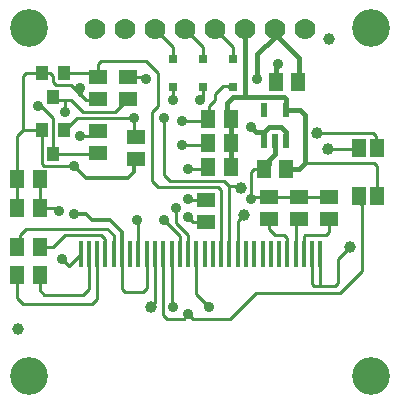
<source format=gbr>
G04 EAGLE Gerber RS-274X export*
G75*
%MOMM*%
%FSLAX34Y34*%
%LPD*%
%INBottom Copper*%
%IPPOS*%
%AMOC8*
5,1,8,0,0,1.08239X$1,22.5*%
G01*
%ADD10R,0.350000X2.200000*%
%ADD11R,1.168400X1.600200*%
%ADD12R,1.500000X1.300000*%
%ADD13R,0.550000X1.200000*%
%ADD14R,1.300000X1.500000*%
%ADD15R,0.800000X0.800000*%
%ADD16R,1.000000X1.270000*%
%ADD17C,1.778000*%
%ADD18C,1.000000*%
%ADD19C,3.200000*%
%ADD20C,0.254000*%
%ADD21C,0.908000*%
%ADD22C,1.008000*%
%ADD23C,0.406400*%
%ADD24C,0.304800*%


D10*
X74020Y133420D03*
X81020Y133420D03*
X88020Y133420D03*
X95020Y133420D03*
X102020Y133420D03*
X109020Y133420D03*
X116020Y133420D03*
X123020Y133420D03*
X130020Y133420D03*
X137020Y133420D03*
X144020Y133420D03*
X151020Y133420D03*
X158020Y133420D03*
X165020Y133420D03*
X172020Y133420D03*
X179020Y133420D03*
X186020Y133420D03*
X193020Y133420D03*
X200020Y133420D03*
X207020Y133420D03*
X214020Y133420D03*
X221020Y133420D03*
X228020Y133420D03*
X235020Y133420D03*
X242020Y133420D03*
X249020Y133420D03*
X256020Y133420D03*
X263020Y133420D03*
X270020Y133420D03*
X277020Y133420D03*
D11*
X325120Y223200D03*
X309880Y223200D03*
X325120Y182400D03*
X309880Y182400D03*
D12*
X180340Y179680D03*
X180340Y160680D03*
D13*
X248260Y229569D03*
X238760Y229569D03*
X229260Y229569D03*
X229260Y255571D03*
X248260Y255571D03*
D14*
X258420Y279400D03*
X239420Y279400D03*
X248260Y205740D03*
X229260Y205740D03*
D15*
X203200Y299020D03*
X203200Y275020D03*
X177800Y299020D03*
X177800Y275020D03*
X152400Y299020D03*
X152400Y275020D03*
D14*
X182270Y247650D03*
X201270Y247650D03*
X182270Y227330D03*
X201270Y227330D03*
X182270Y207010D03*
X201270Y207010D03*
D12*
X120650Y232940D03*
X120650Y213940D03*
X88900Y283820D03*
X88900Y264820D03*
X88900Y219020D03*
X88900Y238020D03*
X114300Y264820D03*
X114300Y283820D03*
D16*
X50800Y218520D03*
X60300Y238520D03*
X41300Y238520D03*
X50800Y266860D03*
X60300Y286860D03*
X41300Y286860D03*
D17*
X86100Y324300D03*
X111500Y324300D03*
X136900Y324300D03*
X162300Y324300D03*
X187700Y324300D03*
X213100Y324300D03*
X238500Y324300D03*
X263900Y324300D03*
D12*
X233680Y182220D03*
X233680Y163220D03*
D14*
X20320Y115880D03*
X39320Y115880D03*
X20320Y140010D03*
X39320Y140010D03*
D12*
X284480Y182220D03*
X284480Y163220D03*
D14*
X39320Y197080D03*
X20320Y197080D03*
D12*
X259080Y182220D03*
X259080Y163220D03*
D14*
X39320Y172950D03*
X20320Y172950D03*
D18*
X284520Y315960D03*
X21110Y70000D03*
D19*
X320000Y325000D03*
X30000Y30000D03*
X320000Y30000D03*
X30000Y325000D03*
D20*
X134620Y195580D02*
X139700Y190500D01*
X129540Y297180D02*
X91440Y297180D01*
X88900Y294640D01*
X88900Y283820D01*
X193020Y187980D02*
X193020Y133420D01*
X193020Y187980D02*
X190500Y190500D01*
X139700Y190500D01*
X88900Y283820D02*
X88400Y284320D01*
X85860Y286860D02*
X60300Y286860D01*
X85860Y286860D02*
X88900Y283820D01*
X129540Y297180D02*
X139700Y287020D01*
X139700Y259080D01*
X134620Y254000D01*
X134620Y195580D01*
X200020Y191140D02*
X200020Y133420D01*
X200020Y191140D02*
X195580Y195580D01*
X149860Y195580D01*
X144780Y200660D01*
X144780Y248920D01*
X119380Y248920D02*
X119380Y239290D01*
X120650Y232940D01*
X60720Y238520D02*
X60300Y238520D01*
X60720Y238520D02*
X71120Y248920D01*
X119380Y248920D01*
X200020Y191140D02*
X207640Y191140D01*
X209550Y189230D01*
X274320Y236220D02*
X321310Y236220D01*
X323850Y233680D01*
X323850Y224470D01*
X325120Y223200D01*
D21*
X144780Y248920D03*
X119380Y248920D03*
D22*
X209550Y189230D03*
X274320Y236220D03*
D20*
X123020Y161460D02*
X123020Y133420D01*
X123020Y161460D02*
X121920Y162560D01*
X39320Y172950D02*
X39320Y197080D01*
X39320Y172950D02*
X53110Y172950D01*
X55880Y170180D01*
X233680Y182220D02*
X259080Y182220D01*
X284480Y182220D01*
X233680Y182220D02*
X220370Y182220D01*
X218440Y180340D01*
X220980Y205740D02*
X229260Y205740D01*
X220980Y205740D02*
X218440Y203200D01*
X218440Y180340D01*
X180340Y179680D02*
X165760Y179680D01*
X165100Y180340D01*
D23*
X238760Y218440D02*
X238760Y229569D01*
X238760Y218440D02*
X233680Y213360D01*
X233680Y210160D01*
X229260Y205740D01*
X239420Y279400D02*
X239420Y292760D01*
X241300Y294640D01*
D20*
X151020Y133420D02*
X151020Y89980D01*
X152400Y88600D01*
X74020Y133420D02*
X64540Y123420D01*
X58420Y129540D01*
X270020Y133420D02*
X270020Y108440D01*
X271780Y106680D01*
X276860Y106680D01*
X289560Y106680D01*
X292100Y109220D01*
X292100Y129540D01*
X302260Y139700D01*
X277020Y133420D02*
X277020Y106840D01*
X276860Y106680D01*
X137020Y92570D02*
X137020Y133420D01*
X137020Y92570D02*
X133350Y88900D01*
D21*
X58420Y129540D03*
X121920Y162560D03*
X55880Y170180D03*
X218440Y180340D03*
X165100Y180340D03*
X241300Y294640D03*
X152400Y88600D03*
D22*
X302260Y139700D03*
X133350Y88900D03*
D20*
X144020Y121160D02*
X144020Y133420D01*
X169520Y160680D02*
X180340Y160680D01*
X169520Y160680D02*
X165100Y165100D01*
X165100Y82550D02*
X166380Y80000D01*
X144020Y82040D02*
X144020Y133420D01*
X144020Y82040D02*
X147320Y78740D01*
X161290Y78740D01*
X165100Y82550D01*
X309880Y177800D02*
X309880Y182400D01*
X309880Y177800D02*
X312420Y175260D01*
X312420Y119380D01*
X293370Y100330D01*
X222250Y100330D01*
X168910Y78740D02*
X165100Y82550D01*
X168910Y78740D02*
X200660Y78740D01*
X222250Y100330D01*
D21*
X165100Y165100D03*
X165100Y82550D03*
D20*
X158020Y133420D02*
X158020Y149320D01*
X144780Y162560D01*
X160020Y246380D02*
X178460Y246380D01*
X182270Y247650D01*
X194740Y276020D02*
X203200Y275020D01*
X194740Y276020D02*
X187960Y269240D01*
X187960Y264160D01*
X182880Y259080D01*
X182880Y248260D01*
X182270Y247650D01*
D21*
X144780Y162560D03*
X160020Y246380D03*
D20*
X160020Y226060D02*
X178460Y226060D01*
X182270Y227330D01*
X154940Y172720D02*
X154940Y160020D01*
X165100Y149860D01*
X165100Y135500D01*
X165020Y133420D01*
X177800Y266700D02*
X177800Y275020D01*
X177800Y266700D02*
X175260Y264160D01*
D21*
X154940Y172720D03*
X160020Y226060D03*
X175260Y264160D03*
D20*
X152400Y264160D02*
X152400Y275020D01*
X165100Y205740D02*
X181000Y205740D01*
X182270Y207010D01*
X172020Y133420D02*
X172020Y99460D01*
X182880Y88600D01*
D21*
X152400Y264160D03*
X165100Y205740D03*
X182880Y88600D03*
D20*
X203200Y299020D02*
X203200Y308800D01*
X187700Y324300D01*
X177800Y308800D02*
X177800Y299020D01*
X177800Y308800D02*
X162300Y324300D01*
X152400Y308800D02*
X152400Y299020D01*
X152400Y308800D02*
X136900Y324300D01*
X65880Y264320D02*
X60960Y264320D01*
X65880Y264320D02*
X76200Y254000D01*
X103480Y254000D01*
X114300Y264820D01*
X60960Y264320D02*
X60960Y254000D01*
X60960Y264320D02*
X53340Y264320D01*
X50800Y266860D01*
D21*
X60960Y254000D03*
D20*
X50800Y248920D02*
X50800Y218520D01*
X40640Y259080D02*
X38100Y259080D01*
X40640Y259080D02*
X50800Y248920D01*
X50800Y218520D02*
X88400Y218520D01*
X88900Y219020D01*
D21*
X38100Y259080D03*
D23*
X248260Y236880D02*
X248260Y229569D01*
X248260Y236880D02*
X243840Y241300D01*
X233680Y241300D01*
X229260Y236880D02*
X229260Y229569D01*
X229260Y236880D02*
X233680Y241300D01*
X238500Y317760D02*
X238500Y324300D01*
X238760Y320040D02*
X238500Y317760D01*
X238760Y320040D02*
X259080Y299720D01*
X259080Y280060D01*
X258420Y279400D01*
X229260Y236880D02*
X222860Y236880D01*
X218440Y241300D01*
D20*
X130200Y283820D02*
X114300Y283820D01*
X129540Y281940D02*
X130200Y283820D01*
X84560Y233680D02*
X73660Y233680D01*
X84560Y233680D02*
X88900Y238020D01*
D23*
X223520Y281940D02*
X223520Y302780D01*
X238500Y317760D01*
D21*
X218440Y241300D03*
X223520Y281940D03*
X129540Y281940D03*
X73660Y233680D03*
D20*
X20320Y197080D02*
X20320Y172950D01*
X20320Y197080D02*
X20320Y233680D01*
X25400Y238760D01*
X41060Y238760D01*
X41300Y238520D01*
X50800Y284480D02*
X48420Y286860D01*
X50800Y284480D02*
X50800Y279400D01*
X53340Y276860D01*
X66040Y276860D01*
X73660Y269240D01*
X78740Y264160D01*
X88240Y264160D01*
X88900Y264820D01*
D23*
X201270Y247650D02*
X201270Y227330D01*
X201270Y207010D01*
X248260Y255571D02*
X260049Y255571D01*
X264160Y251460D01*
X264160Y210820D01*
X259080Y205740D01*
X248260Y205740D01*
X248260Y255571D02*
X248260Y264820D01*
X246380Y266700D01*
X203200Y266700D02*
X198120Y261620D01*
X198120Y248260D01*
X201270Y247650D01*
D20*
X264160Y210820D02*
X322580Y210820D01*
X325120Y208280D01*
X325120Y182400D01*
D24*
X109020Y152600D02*
X109020Y133420D01*
X109020Y152600D02*
X99060Y162560D01*
X83820Y162560D01*
X78740Y167640D01*
X114300Y198120D02*
X119380Y203200D01*
X119380Y212670D01*
X120650Y213940D01*
D20*
X41300Y210160D02*
X41300Y238520D01*
X41300Y210160D02*
X43180Y208280D01*
X68580Y208280D01*
X41300Y286860D02*
X27780Y286860D01*
X25400Y284480D01*
X25400Y238760D01*
X41300Y286860D02*
X48420Y286860D01*
D23*
X73660Y274320D02*
X73660Y269240D01*
X213100Y266960D02*
X213100Y324300D01*
X212840Y266700D02*
X203200Y266700D01*
X212840Y266700D02*
X213100Y266960D01*
X213360Y266700D02*
X246380Y266700D01*
X213360Y266700D02*
X213100Y266960D01*
D20*
X109020Y133420D02*
X109020Y104340D01*
X111760Y101600D01*
X127000Y101600D01*
X130020Y104620D02*
X130020Y133420D01*
X130020Y104620D02*
X127000Y101600D01*
D24*
X114300Y198120D02*
X78740Y198120D01*
X68580Y208280D01*
X68580Y167640D02*
X78740Y167640D01*
D21*
X73660Y274320D03*
X68580Y208280D03*
X68580Y167640D03*
D20*
X249020Y147220D02*
X249020Y133420D01*
X249020Y147220D02*
X246380Y149860D01*
X238760Y149860D01*
X233680Y154940D01*
X233680Y163220D01*
X39320Y115880D02*
X39320Y102920D01*
X43180Y99060D01*
X76200Y99060D01*
X81020Y103880D02*
X81020Y133420D01*
X81020Y103880D02*
X76200Y99060D01*
X88020Y95640D02*
X88020Y133420D01*
X88020Y95640D02*
X83820Y91440D01*
X25400Y91440D01*
X20320Y96520D01*
X20320Y115880D01*
X95020Y133420D02*
X95020Y146280D01*
X91440Y149860D01*
X60960Y149860D01*
X50800Y139700D01*
X39630Y139700D01*
X39320Y140010D01*
X102020Y133420D02*
X102020Y149440D01*
X96520Y154940D01*
X27940Y154940D01*
X22860Y149860D01*
X22860Y142550D01*
X20320Y140010D01*
X263020Y133420D02*
X263020Y148720D01*
X264160Y149860D01*
X281940Y149860D01*
X284480Y152400D01*
X284480Y163220D01*
X256020Y157620D02*
X256020Y133420D01*
X256020Y157620D02*
X259080Y163220D01*
X207020Y161300D02*
X207020Y133420D01*
X207020Y161300D02*
X212090Y166370D01*
X283210Y222250D02*
X308930Y222250D01*
X309880Y223200D01*
D22*
X212090Y166370D03*
X283210Y222250D03*
M02*

</source>
